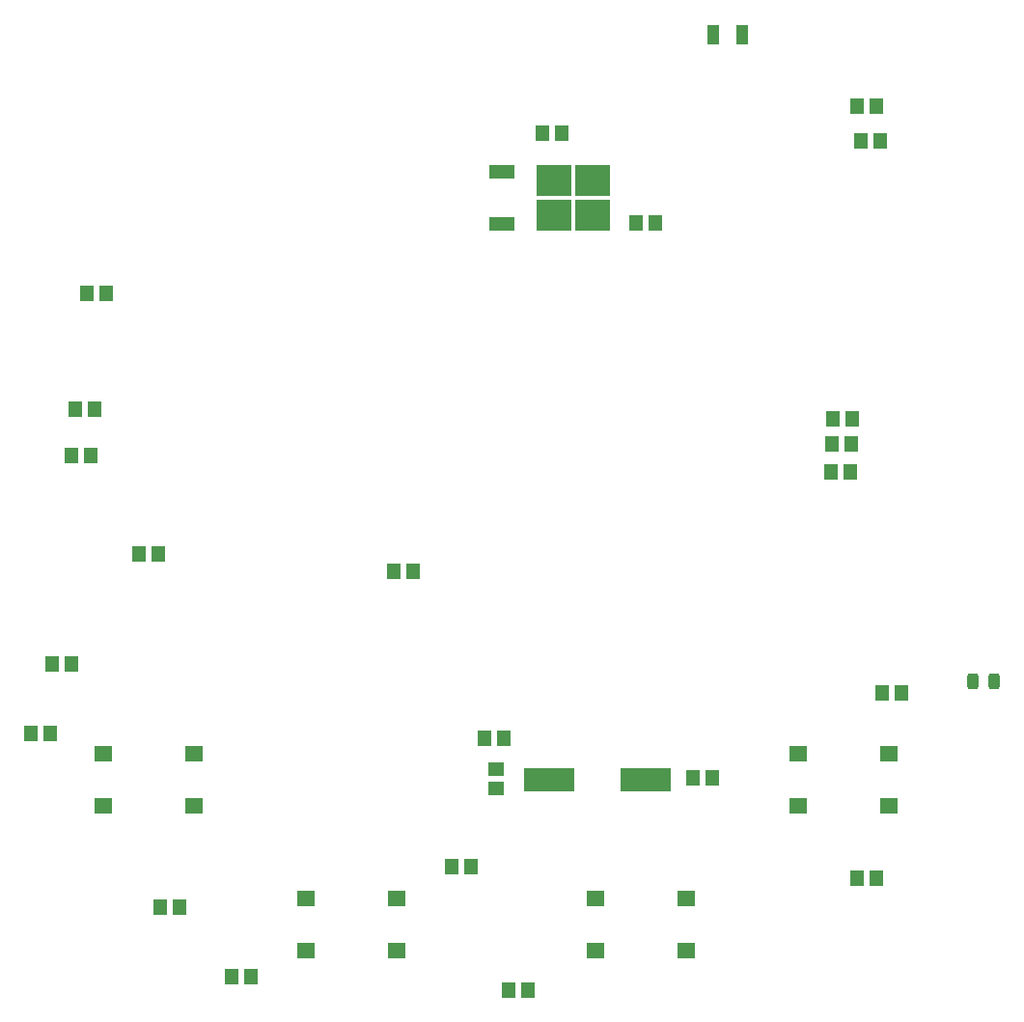
<source format=gbr>
%TF.GenerationSoftware,KiCad,Pcbnew,(6.0.5)*%
%TF.CreationDate,2022-07-23T15:35:45-04:00*%
%TF.ProjectId,circle_clock_design,63697263-6c65-45f6-936c-6f636b5f6465,rev?*%
%TF.SameCoordinates,PX56cacc8PY97b5f08*%
%TF.FileFunction,Paste,Top*%
%TF.FilePolarity,Positive*%
%FSLAX46Y46*%
G04 Gerber Fmt 4.6, Leading zero omitted, Abs format (unit mm)*
G04 Created by KiCad (PCBNEW (6.0.5)) date 2022-07-23 15:35:45*
%MOMM*%
%LPD*%
G01*
G04 APERTURE LIST*
G04 Aperture macros list*
%AMRoundRect*
0 Rectangle with rounded corners*
0 $1 Rounding radius*
0 $2 $3 $4 $5 $6 $7 $8 $9 X,Y pos of 4 corners*
0 Add a 4 corners polygon primitive as box body*
4,1,4,$2,$3,$4,$5,$6,$7,$8,$9,$2,$3,0*
0 Add four circle primitives for the rounded corners*
1,1,$1+$1,$2,$3*
1,1,$1+$1,$4,$5*
1,1,$1+$1,$6,$7*
1,1,$1+$1,$8,$9*
0 Add four rect primitives between the rounded corners*
20,1,$1+$1,$2,$3,$4,$5,0*
20,1,$1+$1,$4,$5,$6,$7,0*
20,1,$1+$1,$6,$7,$8,$9,0*
20,1,$1+$1,$8,$9,$2,$3,0*%
G04 Aperture macros list end*
%ADD10R,1.150000X1.400000*%
%ADD11R,1.600000X1.400000*%
%ADD12R,1.000000X1.800000*%
%ADD13R,4.500000X2.000000*%
%ADD14RoundRect,0.243750X-0.243750X-0.456250X0.243750X-0.456250X0.243750X0.456250X-0.243750X0.456250X0*%
%ADD15R,1.400000X1.150000*%
%ADD16R,3.050000X2.750000*%
%ADD17R,2.200000X1.200000*%
G04 APERTURE END LIST*
D10*
%TO.C,R4*%
X90806800Y90703400D03*
X92506800Y90703400D03*
%TD*%
%TO.C,R2*%
X90488400Y93751400D03*
X92188400Y93751400D03*
%TD*%
%TO.C,C3*%
X57786800Y38227000D03*
X59486800Y38227000D03*
%TD*%
%TO.C,C2*%
X62866800Y91338400D03*
X64566800Y91338400D03*
%TD*%
D11*
%TO.C,SW4*%
X85331800Y36870200D03*
X93331800Y36870200D03*
X85331800Y32370200D03*
X93331800Y32370200D03*
%TD*%
D10*
%TO.C,R11*%
X92711800Y42240200D03*
X94411800Y42240200D03*
%TD*%
%TO.C,C6*%
X90004000Y64084200D03*
X88304000Y64084200D03*
%TD*%
D12*
%TO.C,Y2*%
X77921800Y100025200D03*
X80421800Y100025200D03*
%TD*%
D10*
%TO.C,C4*%
X51573800Y52908200D03*
X49873800Y52908200D03*
%TD*%
D13*
%TO.C,Y1*%
X71991800Y34620200D03*
X63491800Y34620200D03*
%TD*%
D10*
%TO.C,R10*%
X59906800Y16205200D03*
X61606800Y16205200D03*
%TD*%
%TO.C,R7*%
X56653800Y27000200D03*
X54953800Y27000200D03*
%TD*%
D14*
%TO.C,D1*%
X100664800Y43256200D03*
X102539800Y43256200D03*
%TD*%
D11*
%TO.C,SW1*%
X24371800Y36870200D03*
X32371800Y36870200D03*
X24371800Y32370200D03*
X32371800Y32370200D03*
%TD*%
D10*
%TO.C,C11*%
X19901800Y44780200D03*
X21601800Y44780200D03*
%TD*%
%TO.C,C8*%
X37349800Y17348200D03*
X35649800Y17348200D03*
%TD*%
D11*
%TO.C,SW2*%
X42151800Y24170200D03*
X50151800Y24170200D03*
X42151800Y19670200D03*
X50151800Y19670200D03*
%TD*%
%TO.C,SW3*%
X67551800Y24170200D03*
X75551800Y24170200D03*
X67551800Y19670200D03*
X75551800Y19670200D03*
%TD*%
D15*
%TO.C,C10*%
X58801000Y35560000D03*
X58801000Y33860000D03*
%TD*%
D10*
%TO.C,C14*%
X24649800Y77292200D03*
X22949800Y77292200D03*
%TD*%
D16*
%TO.C,U2*%
X67281800Y84155200D03*
X63931800Y87205200D03*
X63931800Y84155200D03*
X67281800Y87205200D03*
D17*
X59306800Y87960200D03*
X59306800Y83400200D03*
%TD*%
D10*
%TO.C,R1*%
X88393800Y66319400D03*
X90093800Y66319400D03*
%TD*%
%TO.C,R3*%
X29387800Y23444200D03*
X31087800Y23444200D03*
%TD*%
%TO.C,R8*%
X23633800Y67132200D03*
X21933800Y67132200D03*
%TD*%
%TO.C,R6*%
X90513800Y25984200D03*
X92213800Y25984200D03*
%TD*%
%TO.C,C1*%
X89927800Y61671200D03*
X88227800Y61671200D03*
%TD*%
%TO.C,C13*%
X18035800Y38684200D03*
X19735800Y38684200D03*
%TD*%
%TO.C,C12*%
X29221800Y54432200D03*
X27521800Y54432200D03*
%TD*%
%TO.C,C5*%
X71133600Y83439000D03*
X72833600Y83439000D03*
%TD*%
%TO.C,R9*%
X23291800Y63068200D03*
X21591800Y63068200D03*
%TD*%
%TO.C,C9*%
X76137400Y34798000D03*
X77837400Y34798000D03*
%TD*%
M02*

</source>
